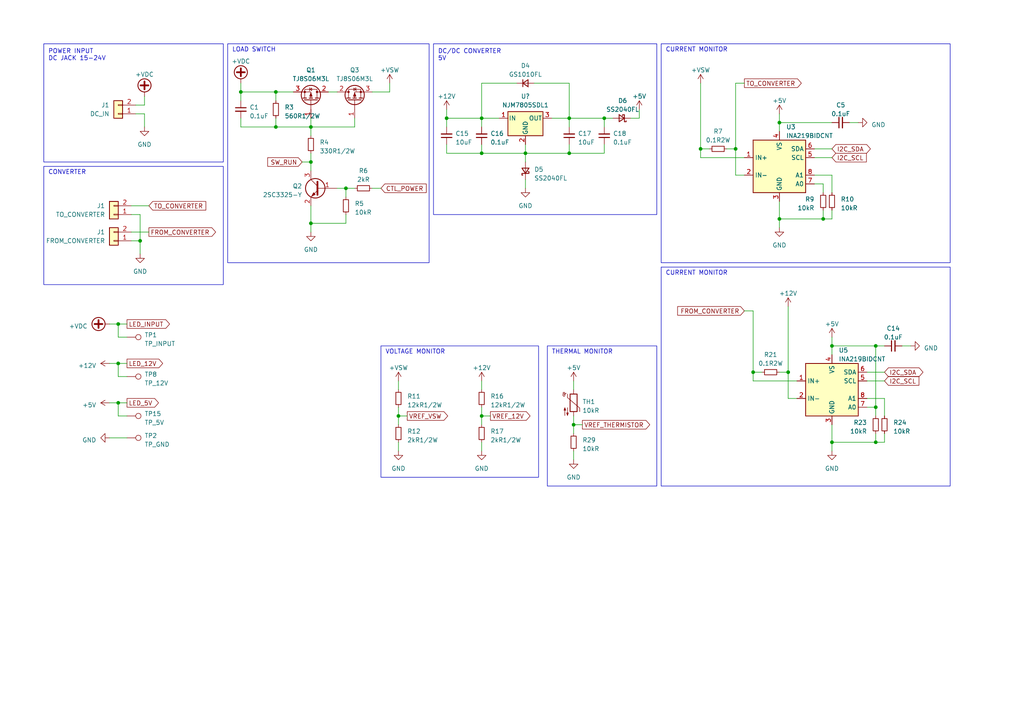
<source format=kicad_sch>
(kicad_sch (version 20230121) (generator eeschema)
  (paper "A4")
  (lib_symbols
    (symbol "Connector:TestPoint" (pin_numbers hide) (pin_names (offset 0.762) hide)
      (property "Reference" "TP" (at 0 6.858 0))
      (property "Value" "TestPoint" (at 0 5.08 0))
      (symbol "TestPoint_0_1"
        (circle (center 0 3.302) (radius 0.762))
      )
      (symbol "TestPoint_1_1"
        (pin passive line (at 0 0 90) (length 2.54) (name "1") (number "1"))
      )
    )
    (symbol "Connector_Generic:Conn_01x02" (pin_names (offset 1.016) hide)
      (property "Reference" "J" (at 0 2.54 0))
      (property "Value" "Conn_01x02" (at 0 -5.08 0))
      (symbol "Conn_01x02_1_1"
        (rectangle (start -1.27 -2.413) (end 0 -2.667) (stroke (width 0.1524)))
        (rectangle (start -1.27 0.127) (end 0 -0.127) (stroke (width 0.1524)))
        (rectangle (start -1.27 1.27) (end 1.27 -3.81) (stroke (width 0.254)) (fill (type background)))
        (pin passive line (at -5.08 0 0) (length 3.81) (name "Pin_1") (number "1"))
        (pin passive line (at -5.08 -2.54 0) (length 3.81) (name "Pin_2") (number "2"))
      )
    )
    (symbol "Device:C_Small" (pin_numbers hide) (pin_names (offset 0.254) hide)
      (property "Reference" "C" (at 0.254 1.778 0))
      (property "Value" "C_Small" (at 0.254 -2.032 0))
      (symbol "C_Small_0_1"
        (polyline (pts (xy -1.524 -0.508) (xy 1.524 -0.508)) (stroke (width 0.3302)))
        (polyline (pts (xy -1.524 0.508) (xy 1.524 0.508)) (stroke (width 0.3048)))
      )
      (symbol "C_Small_1_1"
        (pin passive line (at 0 2.54 270) (length 2.032) (name "~") (number "1"))
        (pin passive line (at 0 -2.54 90) (length 2.032) (name "~") (number "2"))
      )
    )
    (symbol "Device:D_Schottky_Small" (pin_numbers hide) (pin_names (offset 0.254) hide)
      (property "Reference" "D" (at -1.27 2.032 0))
      (property "Value" "D_Schottky_Small" (at -7.112 -2.032 0))
      (symbol "D_Schottky_Small_0_1"
        (polyline (pts (xy -0.762 0) (xy 0.762 0)))
        (polyline (pts (xy 0.762 -1.016) (xy -0.762 0) (xy 0.762 1.016) (xy 0.762 -1.016)) (stroke (width 0.254)))
        (polyline (pts (xy -1.27 0.762) (xy -1.27 1.016) (xy -0.762 1.016) (xy -0.762 -1.016) (xy -0.254 -1.016) (xy -0.254 -0.762)) (stroke (width 0.254)))
      )
      (symbol "D_Schottky_Small_1_1"
        (pin passive line (at -2.54 0 0) (length 1.778) (name "K") (number "1"))
        (pin passive line (at 2.54 0 180) (length 1.778) (name "A") (number "2"))
      )
    )
    (symbol "Device:D_Small" (pin_numbers hide) (pin_names (offset 0.254) hide)
      (property "Reference" "D" (at -1.27 2.032 0))
      (property "Value" "D_Small" (at -3.81 -2.032 0))
      (symbol "D_Small_0_1"
        (polyline (pts (xy -0.762 -1.016) (xy -0.762 1.016)) (stroke (width 0.254)))
        (polyline (pts (xy -0.762 0) (xy 0.762 0)))
        (polyline (pts (xy 0.762 -1.016) (xy -0.762 0) (xy 0.762 1.016) (xy 0.762 -1.016)) (stroke (width 0.254)))
      )
      (symbol "D_Small_1_1"
        (pin passive line (at -2.54 0 0) (length 1.778) (name "K") (number "1"))
        (pin passive line (at 2.54 0 180) (length 1.778) (name "A") (number "2"))
      )
    )
    (symbol "Device:Q_NPN_BEC" (pin_names (offset 0) hide)
      (property "Reference" "Q" (at 5.08 1.27 0))
      (property "Value" "Q_NPN_BEC" (at 5.08 -1.27 0))
      (symbol "Q_NPN_BEC_0_1"
        (polyline (pts (xy 0.635 0.635) (xy 2.54 2.54)))
        (polyline (pts (xy 0.635 -0.635) (xy 2.54 -2.54) (xy 2.54 -2.54)))
        (polyline (pts (xy 0.635 1.905) (xy 0.635 -1.905) (xy 0.635 -1.905)) (stroke (width 0.508)))
        (polyline (pts (xy 1.27 -1.778) (xy 1.778 -1.27) (xy 2.286 -2.286) (xy 1.27 -1.778) (xy 1.27 -1.778)) (fill (type outline)))
        (circle (center 1.27 0) (radius 2.8194) (stroke (width 0.254)))
      )
      (symbol "Q_NPN_BEC_1_1"
        (pin input line (at -5.08 0 0) (length 5.715) (name "B") (number "1"))
        (pin passive line (at 2.54 -5.08 90) (length 2.54) (name "E") (number "2"))
        (pin passive line (at 2.54 5.08 270) (length 2.54) (name "C") (number "3"))
      )
    )
    (symbol "Device:R_Small" (pin_numbers hide) (pin_names (offset 0.254) hide)
      (property "Reference" "R" (at 0.762 0.508 0))
      (property "Value" "R_Small" (at 0.762 -1.016 0))
      (symbol "R_Small_0_1"
        (rectangle (start -0.762 1.778) (end 0.762 -1.778) (stroke (width 0.2032)))
      )
      (symbol "R_Small_1_1"
        (pin passive line (at 0 2.54 270) (length 0.762) (name "~") (number "1"))
        (pin passive line (at 0 -2.54 90) (length 0.762) (name "~") (number "2"))
      )
    )
    (symbol "Device:Thermistor_NTC" (pin_numbers hide) (pin_names (offset 0))
      (property "Reference" "TH" (at -4.445 0 90))
      (property "Value" "Thermistor_NTC" (at 3.175 0 90))
      (symbol "Thermistor_NTC_0_1"
        (arc (start -3.048 2.159) (mid -3.0495 2.3143) (end -3.175 2.413))
        (arc (start -3.048 2.159) (mid -2.9736 1.9794) (end -2.794 1.905))
        (arc (start -3.048 2.794) (mid -2.9736 2.6144) (end -2.794 2.54))
        (arc (start -2.794 1.905) (mid -2.6144 1.9794) (end -2.54 2.159))
        (arc (start -2.794 2.54) (mid -2.4393 2.5587) (end -2.159 2.794))
        (arc (start -2.794 3.048) (mid -2.9736 2.9736) (end -3.048 2.794))
        (arc (start -2.54 2.794) (mid -2.6144 2.9736) (end -2.794 3.048))
        (rectangle (start -1.016 2.54) (end 1.016 -2.54) (stroke (width 0.254)))
        (polyline (pts (xy -2.54 2.159) (xy -2.54 2.794)))
        (polyline (pts (xy -1.778 2.54) (xy -1.778 1.524) (xy 1.778 -1.524) (xy 1.778 -2.54)))
        (polyline (pts (xy -2.54 -3.683) (xy -2.54 -1.397) (xy -2.794 -2.159) (xy -2.286 -2.159) (xy -2.54 -1.397) (xy -2.54 -1.651)) (fill (type outline)))
        (polyline (pts (xy -1.778 -1.397) (xy -1.778 -3.683) (xy -2.032 -2.921) (xy -1.524 -2.921) (xy -1.778 -3.683) (xy -1.778 -3.429)) (fill (type outline)))
      )
      (symbol "Thermistor_NTC_1_1"
        (pin passive line (at 0 3.81 270) (length 1.27) (name "~") (number "1"))
        (pin passive line (at 0 -3.81 90) (length 1.27) (name "~") (number "2"))
      )
    )
    (symbol "Regulator_Linear:L7812" (pin_names (offset 0.254))
      (property "Reference" "U" (at -3.81 3.175 0))
      (property "Value" "L7812" (at 0 3.175 0))
      (symbol "L7812_0_1"
        (rectangle (start -5.08 1.905) (end 5.08 -5.08) (stroke (width 0.254)) (fill (type background)))
      )
      (symbol "L7812_1_1"
        (pin power_in line (at -7.62 0 0) (length 2.54) (name "IN") (number "1"))
        (pin power_in line (at 0 -7.62 90) (length 2.54) (name "GND") (number "2"))
        (pin power_out line (at 7.62 0 180) (length 2.54) (name "OUT") (number "3"))
      )
    )
    (symbol "Sensor_Energy:INA219BxDCN"
      (property "Reference" "U" (at -6.35 8.89 0))
      (property "Value" "INA219BxDCN" (at 6.35 8.89 0))
      (symbol "INA219BxDCN_0_1"
        (rectangle (start -7.62 7.62) (end 7.62 -7.62) (stroke (width 0.254)) (fill (type background)))
      )
      (symbol "INA219BxDCN_1_1"
        (pin input line (at -10.16 2.54 0) (length 2.54) (name "IN+") (number "1"))
        (pin input line (at -10.16 -2.54 0) (length 2.54) (name "IN-") (number "2"))
        (pin power_in line (at 0 -10.16 90) (length 2.54) (name "GND") (number "3"))
        (pin power_in line (at 0 10.16 270) (length 2.54) (name "VS") (number "4"))
        (pin input line (at 10.16 2.54 180) (length 2.54) (name "SCL") (number "5"))
        (pin bidirectional line (at 10.16 5.08 180) (length 2.54) (name "SDA") (number "6"))
        (pin input line (at 10.16 -5.08 180) (length 2.54) (name "A0") (number "7"))
        (pin input line (at 10.16 -2.54 180) (length 2.54) (name "A1") (number "8"))
      )
    )
    (symbol "Transistor_FET:QM6015D" (pin_names hide)
      (property "Reference" "Q" (at 5.08 1.905 0))
      (property "Value" "QM6015D" (at 5.08 0 0))
      (symbol "QM6015D_0_1"
        (polyline (pts (xy 0.254 0) (xy -2.54 0)))
        (polyline (pts (xy 0.254 1.905) (xy 0.254 -1.905)) (stroke (width 0.254)))
        (polyline (pts (xy 0.762 -1.27) (xy 0.762 -2.286)) (stroke (width 0.254)))
        (polyline (pts (xy 0.762 0.508) (xy 0.762 -0.508)) (stroke (width 0.254)))
        (polyline (pts (xy 0.762 2.286) (xy 0.762 1.27)) (stroke (width 0.254)))
        (polyline (pts (xy 2.54 2.54) (xy 2.54 1.778)))
        (polyline (pts (xy 2.54 -2.54) (xy 2.54 0) (xy 0.762 0)))
        (polyline (pts (xy 0.762 1.778) (xy 3.302 1.778) (xy 3.302 -1.778) (xy 0.762 -1.778)))
        (polyline (pts (xy 2.286 0) (xy 1.27 0.381) (xy 1.27 -0.381) (xy 2.286 0)) (fill (type outline)))
        (polyline (pts (xy 2.794 -0.508) (xy 2.921 -0.381) (xy 3.683 -0.381) (xy 3.81 -0.254)))
        (polyline (pts (xy 3.302 -0.381) (xy 2.921 0.254) (xy 3.683 0.254) (xy 3.302 -0.381)))
        (circle (center 1.651 0) (radius 2.794) (stroke (width 0.254)))
        (circle (center 2.54 -1.778) (radius 0.254) (fill (type outline)))
        (circle (center 2.54 1.778) (radius 0.254) (fill (type outline)))
      )
      (symbol "QM6015D_1_1"
        (pin passive line (at -5.08 0 0) (length 2.54) (name "G") (number "1"))
        (pin passive line (at 2.54 5.08 270) (length 2.54) (name "D") (number "2"))
        (pin passive line (at 2.54 -5.08 90) (length 2.54) (name "S") (number "3"))
      )
    )
    (symbol "power:+12V" (power) (pin_names (offset 0))
      (property "Value" "+12V" (at 0 3.556 0))
      (symbol "+12V_0_1"
        (polyline (pts (xy -0.762 1.27) (xy 0 2.54)))
        (polyline (pts (xy 0 0) (xy 0 2.54)))
        (polyline (pts (xy 0 2.54) (xy 0.762 1.27)))
      )
      (symbol "+12V_1_1"
        (pin power_in line (at 0 0 90) (length 0) hide (name "+12V") (number "1"))
      )
    )
    (symbol "power:+5V" (power) (pin_names (offset 0))
      (property "Value" "+5V" (at 0 3.556 0))
      (symbol "+5V_0_1"
        (polyline (pts (xy -0.762 1.27) (xy 0 2.54)))
        (polyline (pts (xy 0 0) (xy 0 2.54)))
        (polyline (pts (xy 0 2.54) (xy 0.762 1.27)))
      )
      (symbol "+5V_1_1"
        (pin power_in line (at 0 0 90) (length 0) hide (name "+5V") (number "1"))
      )
    )
    (symbol "power:+VDC" (power) (pin_names (offset 0))
      (property "Value" "+VDC" (at 0 6.35 0))
      (symbol "+VDC_0_1"
        (polyline (pts (xy -1.143 3.175) (xy 1.143 3.175)) (stroke (width 0.508)))
        (polyline (pts (xy 0 0) (xy 0 1.27)))
        (polyline (pts (xy 0 2.032) (xy 0 4.318)) (stroke (width 0.508)))
        (circle (center 0 3.175) (radius 1.905) (stroke (width 0.254)))
      )
      (symbol "+VDC_1_1"
        (pin power_in line (at 0 0 90) (length 0) hide (name "+VDC") (number "1"))
      )
    )
    (symbol "power:+VSW" (power) (pin_names (offset 0))
      (property "Value" "+VSW" (at 0 3.556 0))
      (symbol "+VSW_0_1"
        (polyline (pts (xy -0.762 1.27) (xy 0 2.54)))
        (polyline (pts (xy 0 0) (xy 0 2.54)))
        (polyline (pts (xy 0 2.54) (xy 0.762 1.27)))
      )
      (symbol "+VSW_1_1"
        (pin power_in line (at 0 0 90) (length 0) hide (name "+VSW") (number "1"))
      )
    )
    (symbol "power:GND" (power) (pin_names (offset 0))
      (property "Value" "GND" (at 0 -3.81 0))
      (symbol "GND_0_1"
        (polyline (pts (xy 0 0) (xy 0 -1.27) (xy 1.27 -1.27) (xy 0 -2.54) (xy -1.27 -1.27) (xy 0 -1.27)))
      )
      (symbol "GND_1_1"
        (pin power_in line (at 0 0 270) (length 0) hide (name "GND") (number "1"))
      )
    )
  )
  (junction (at 175.26 34.29))
  (junction (at 254 100.33))
  (junction (at 40.64 69.85))
  (junction (at 152.4 44.45))
  (junction (at 254 128.27))
  (junction (at 203.2 43.18))
  (junction (at 90.17 64.77))
  (junction (at 226.06 63.5))
  (junction (at 90.17 46.99))
  (junction (at 165.1 34.29))
  (junction (at 218.44 107.95))
  (junction (at 80.01 36.83))
  (junction (at 100.33 54.61))
  (junction (at 80.01 26.67))
  (junction (at 241.3 128.27))
  (junction (at 34.29 105.41))
  (junction (at 166.37 123.19))
  (junction (at 241.3 100.33))
  (junction (at 226.06 35.56))
  (junction (at 213.36 43.18))
  (junction (at 254 118.11))
  (junction (at 34.29 116.84))
  (junction (at 165.1 44.45))
  (junction (at 115.57 120.65))
  (junction (at 69.85 26.67))
  (junction (at 238.76 63.5))
  (junction (at 139.7 44.45))
  (junction (at 129.54 34.29))
  (junction (at 139.7 34.29))
  (junction (at 228.6 107.95))
  (junction (at 90.17 36.83))
  (junction (at 139.7 120.65))
  (junction (at 34.29 93.98))
  (wire (pts (xy 40.64 62.23) (xy 40.64 69.85)))
  (wire (pts (xy 80.01 34.29) (xy 80.01 36.83)))
  (wire (pts (xy 36.83 109.22) (xy 34.29 109.22)))
  (wire (pts (xy 256.54 110.49) (xy 251.46 110.49)))
  (wire (pts (xy 129.54 34.29) (xy 139.7 34.29)))
  (wire (pts (xy 241.3 130.81) (xy 241.3 128.27)))
  (wire (pts (xy 254 128.27) (xy 254 125.73)))
  (wire (pts (xy 139.7 44.45) (xy 152.4 44.45)))
  (wire (pts (xy 203.2 24.13) (xy 203.2 43.18)))
  (wire (pts (xy 238.76 63.5) (xy 238.76 60.96)))
  (wire (pts (xy 165.1 34.29) (xy 165.1 36.83)))
  (wire (pts (xy 31.75 116.84) (xy 34.29 116.84)))
  (wire (pts (xy 175.26 44.45) (xy 165.1 44.45)))
  (wire (pts (xy 254 100.33) (xy 254 118.11)))
  (wire (pts (xy 218.44 107.95) (xy 220.98 107.95)))
  (wire (pts (xy 69.85 34.29) (xy 69.85 36.83)))
  (wire (pts (xy 152.4 41.91) (xy 152.4 44.45)))
  (wire (pts (xy 41.91 27.94) (xy 41.91 30.48)))
  (wire (pts (xy 241.3 128.27) (xy 254 128.27)))
  (wire (pts (xy 175.26 34.29) (xy 175.26 36.83)))
  (wire (pts (xy 36.83 127) (xy 31.75 127)))
  (wire (pts (xy 102.87 34.29) (xy 102.87 36.83)))
  (wire (pts (xy 34.29 120.65) (xy 34.29 116.84)))
  (wire (pts (xy 210.82 43.18) (xy 213.36 43.18)))
  (wire (pts (xy 256.54 115.57) (xy 256.54 120.65)))
  (wire (pts (xy 215.9 90.17) (xy 218.44 90.17)))
  (wire (pts (xy 254 100.33) (xy 256.54 100.33)))
  (wire (pts (xy 69.85 36.83) (xy 80.01 36.83)))
  (wire (pts (xy 226.06 107.95) (xy 228.6 107.95)))
  (wire (pts (xy 175.26 34.29) (xy 177.8 34.29)))
  (wire (pts (xy 218.44 90.17) (xy 218.44 107.95)))
  (wire (pts (xy 215.9 50.8) (xy 213.36 50.8)))
  (wire (pts (xy 139.7 41.91) (xy 139.7 44.45)))
  (wire (pts (xy 87.63 46.99) (xy 90.17 46.99)))
  (wire (pts (xy 100.33 64.77) (xy 90.17 64.77)))
  (wire (pts (xy 90.17 36.83) (xy 90.17 34.29)))
  (wire (pts (xy 113.03 26.67) (xy 107.95 26.67)))
  (wire (pts (xy 107.95 54.61) (xy 110.49 54.61)))
  (wire (pts (xy 139.7 110.49) (xy 139.7 113.03)))
  (wire (pts (xy 100.33 57.15) (xy 100.33 54.61)))
  (wire (pts (xy 203.2 45.72) (xy 215.9 45.72)))
  (wire (pts (xy 90.17 46.99) (xy 90.17 49.53)))
  (wire (pts (xy 115.57 120.65) (xy 118.11 120.65)))
  (wire (pts (xy 115.57 120.65) (xy 115.57 123.19)))
  (wire (pts (xy 100.33 62.23) (xy 100.33 64.77)))
  (wire (pts (xy 213.36 24.13) (xy 213.36 43.18)))
  (wire (pts (xy 215.9 24.13) (xy 213.36 24.13)))
  (wire (pts (xy 80.01 26.67) (xy 69.85 26.67)))
  (wire (pts (xy 85.09 26.67) (xy 80.01 26.67)))
  (wire (pts (xy 154.94 24.13) (xy 165.1 24.13)))
  (wire (pts (xy 241.3 123.19) (xy 241.3 128.27)))
  (wire (pts (xy 100.33 54.61) (xy 97.79 54.61)))
  (wire (pts (xy 129.54 44.45) (xy 139.7 44.45)))
  (wire (pts (xy 241.3 43.18) (xy 236.22 43.18)))
  (wire (pts (xy 139.7 118.11) (xy 139.7 120.65)))
  (wire (pts (xy 226.06 35.56) (xy 226.06 38.1)))
  (wire (pts (xy 139.7 120.65) (xy 142.24 120.65)))
  (wire (pts (xy 166.37 110.49) (xy 166.37 113.03)))
  (wire (pts (xy 139.7 34.29) (xy 139.7 36.83)))
  (wire (pts (xy 166.37 123.19) (xy 166.37 125.73)))
  (wire (pts (xy 38.1 62.23) (xy 40.64 62.23)))
  (wire (pts (xy 129.54 41.91) (xy 129.54 44.45)))
  (wire (pts (xy 41.91 33.02) (xy 41.91 36.83)))
  (wire (pts (xy 264.16 100.33) (xy 261.62 100.33)))
  (wire (pts (xy 236.22 50.8) (xy 241.3 50.8)))
  (wire (pts (xy 34.29 97.79) (xy 34.29 93.98)))
  (wire (pts (xy 100.33 54.61) (xy 102.87 54.61)))
  (wire (pts (xy 115.57 118.11) (xy 115.57 120.65)))
  (wire (pts (xy 90.17 64.77) (xy 90.17 59.69)))
  (wire (pts (xy 251.46 115.57) (xy 256.54 115.57)))
  (wire (pts (xy 34.29 93.98) (xy 31.75 93.98)))
  (wire (pts (xy 238.76 53.34) (xy 236.22 53.34)))
  (wire (pts (xy 241.3 45.72) (xy 236.22 45.72)))
  (wire (pts (xy 241.3 100.33) (xy 254 100.33)))
  (wire (pts (xy 203.2 43.18) (xy 203.2 45.72)))
  (wire (pts (xy 40.64 69.85) (xy 40.64 73.66)))
  (wire (pts (xy 241.3 97.79) (xy 241.3 100.33)))
  (wire (pts (xy 218.44 110.49) (xy 231.14 110.49)))
  (wire (pts (xy 38.1 69.85) (xy 40.64 69.85)))
  (wire (pts (xy 139.7 128.27) (xy 139.7 130.81)))
  (wire (pts (xy 36.83 120.65) (xy 34.29 120.65)))
  (wire (pts (xy 228.6 88.9) (xy 228.6 107.95)))
  (wire (pts (xy 115.57 128.27) (xy 115.57 130.81)))
  (wire (pts (xy 166.37 123.19) (xy 168.91 123.19)))
  (wire (pts (xy 160.02 34.29) (xy 165.1 34.29)))
  (wire (pts (xy 175.26 41.91) (xy 175.26 44.45)))
  (wire (pts (xy 129.54 31.75) (xy 129.54 34.29)))
  (wire (pts (xy 218.44 107.95) (xy 218.44 110.49)))
  (wire (pts (xy 80.01 36.83) (xy 90.17 36.83)))
  (wire (pts (xy 95.25 26.67) (xy 97.79 26.67)))
  (wire (pts (xy 241.3 50.8) (xy 241.3 55.88)))
  (wire (pts (xy 213.36 43.18) (xy 213.36 50.8)))
  (wire (pts (xy 226.06 35.56) (xy 241.3 35.56)))
  (wire (pts (xy 226.06 63.5) (xy 238.76 63.5)))
  (wire (pts (xy 144.78 34.29) (xy 139.7 34.29)))
  (wire (pts (xy 69.85 26.67) (xy 69.85 29.21)))
  (wire (pts (xy 34.29 93.98) (xy 36.83 93.98)))
  (wire (pts (xy 90.17 36.83) (xy 90.17 39.37)))
  (wire (pts (xy 231.14 115.57) (xy 228.6 115.57)))
  (wire (pts (xy 228.6 107.95) (xy 228.6 115.57)))
  (wire (pts (xy 115.57 110.49) (xy 115.57 113.03)))
  (wire (pts (xy 238.76 63.5) (xy 241.3 63.5)))
  (wire (pts (xy 254 118.11) (xy 251.46 118.11)))
  (wire (pts (xy 34.29 116.84) (xy 36.83 116.84)))
  (wire (pts (xy 34.29 109.22) (xy 34.29 105.41)))
  (wire (pts (xy 102.87 36.83) (xy 90.17 36.83)))
  (wire (pts (xy 90.17 44.45) (xy 90.17 46.99)))
  (wire (pts (xy 139.7 120.65) (xy 139.7 123.19)))
  (wire (pts (xy 238.76 53.34) (xy 238.76 55.88)))
  (wire (pts (xy 256.54 107.95) (xy 251.46 107.95)))
  (wire (pts (xy 139.7 24.13) (xy 149.86 24.13)))
  (wire (pts (xy 152.4 44.45) (xy 152.4 46.99)))
  (wire (pts (xy 241.3 100.33) (xy 241.3 102.87)))
  (wire (pts (xy 226.06 58.42) (xy 226.06 63.5)))
  (wire (pts (xy 139.7 24.13) (xy 139.7 34.29)))
  (wire (pts (xy 256.54 125.73) (xy 256.54 128.27)))
  (wire (pts (xy 39.37 33.02) (xy 41.91 33.02)))
  (wire (pts (xy 166.37 130.81) (xy 166.37 133.35)))
  (wire (pts (xy 182.88 34.29) (xy 185.42 34.29)))
  (wire (pts (xy 165.1 41.91) (xy 165.1 44.45)))
  (wire (pts (xy 113.03 24.13) (xy 113.03 26.67)))
  (wire (pts (xy 38.1 67.31) (xy 43.18 67.31)))
  (wire (pts (xy 254 118.11) (xy 254 120.65)))
  (wire (pts (xy 69.85 26.67) (xy 69.85 24.13)))
  (wire (pts (xy 90.17 67.31) (xy 90.17 64.77)))
  (wire (pts (xy 254 128.27) (xy 256.54 128.27)))
  (wire (pts (xy 248.92 35.56) (xy 246.38 35.56)))
  (wire (pts (xy 38.1 59.69) (xy 43.18 59.69)))
  (wire (pts (xy 165.1 24.13) (xy 165.1 34.29)))
  (wire (pts (xy 185.42 31.75) (xy 185.42 34.29)))
  (wire (pts (xy 129.54 34.29) (xy 129.54 36.83)))
  (wire (pts (xy 34.29 105.41) (xy 31.75 105.41)))
  (wire (pts (xy 152.4 52.07) (xy 152.4 54.61)))
  (wire (pts (xy 36.83 97.79) (xy 34.29 97.79)))
  (wire (pts (xy 226.06 33.02) (xy 226.06 35.56)))
  (wire (pts (xy 34.29 105.41) (xy 36.83 105.41)))
  (wire (pts (xy 165.1 44.45) (xy 152.4 44.45)))
  (wire (pts (xy 41.91 30.48) (xy 39.37 30.48)))
  (wire (pts (xy 165.1 34.29) (xy 175.26 34.29)))
  (wire (pts (xy 166.37 120.65) (xy 166.37 123.19)))
  (wire (pts (xy 203.2 43.18) (xy 205.74 43.18)))
  (wire (pts (xy 226.06 66.04) (xy 226.06 63.5)))
  (wire (pts (xy 80.01 26.67) (xy 80.01 29.21)))
  (wire (pts (xy 241.3 60.96) (xy 241.3 63.5)))
  (rectangle (start 191.77 77.47) (end 275.59 140.97))
  (rectangle (start 66.04 12.7) (end 124.46 76.2))
  (rectangle (start 125.73 12.7) (end 190.5 62.23))
  (rectangle (start 158.75 100.33) (end 190.5 140.97))
  (rectangle (start 191.77 12.7) (end 275.59 76.2))
  (rectangle (start 12.7 12.7) (end 64.77 46.99))
  (rectangle (start 12.7 48.26) (end 64.77 82.55))
  (rectangle (start 110.49 100.33) (end 156.21 138.43))
  (text "VOLTAGE MONITOR" (at 111.76 102.87 0) (effects (font (size 1.27 1.27)) (justify left bottom)))
  (text "CURRENT MONITOR" (at 193.04 80.01 0) (effects (font (size 1.27 1.27)) (justify left bottom)))
  (text "CURRENT MONITOR" (at 193.04 15.24 0) (effects (font (size 1.27 1.27)) (justify left bottom)))
  (text "POWER INPUT\nDC JACK 15-24V" (at 13.97 17.78 0) (effects (font (size 1.27 1.27)) (justify left bottom)))
  (text "DC/DC CONVERTER\n5V" (at 127 17.78 0) (effects (font (size 1.27 1.27)) (justify left bottom)))
  (text "CONVERTER" (at 13.97 50.8 0) (effects (font (size 1.27 1.27)) (justify left bottom)))
  (text "THERMAL MONITOR" (at 160.02 102.87 0) (effects (font (size 1.27 1.27)) (justify left bottom)))
  (text "LOAD SWITCH" (at 67.31 15.24 0) (effects (font (size 1.27 1.27)) (justify left bottom)))
  (global_label "TO_CONVERTER" (shape input) (at 43.18 59.69 0) (property "Intersheetrefs" "${INTERSHEET_REFS}" (effects hide)))
  (global_label "VREF_THERMISTOR" (shape output) (at 168.91 123.19 0) (property "Intersheetrefs" "${INTERSHEET_REFS}" (effects hide)))
  (global_label "LED_12V" (shape output) (at 36.83 105.41 0) (property "Intersheetrefs" "${INTERSHEET_REFS}" (effects hide)))
  (global_label "I2C_SCL" (shape input) (at 256.54 110.49 0) (property "Intersheetrefs" "${INTERSHEET_REFS}" (effects hide)))
  (global_label "FROM_CONVERTER" (shape output) (at 43.18 67.31 0) (property "Intersheetrefs" "${INTERSHEET_REFS}" (effects hide)))
  (global_label "I2C_SCL" (shape input) (at 241.3 45.72 0) (property "Intersheetrefs" "${INTERSHEET_REFS}" (effects hide)))
  (global_label "TO_CONVERTER" (shape output) (at 215.9 24.13 0) (property "Intersheetrefs" "${INTERSHEET_REFS}" (effects hide)))
  (global_label "LED_5V" (shape output) (at 36.83 116.84 0) (property "Intersheetrefs" "${INTERSHEET_REFS}" (effects hide)))
  (global_label "LED_INPUT" (shape output) (at 36.83 93.98 0) (property "Intersheetrefs" "${INTERSHEET_REFS}" (effects hide)))
  (global_label "FROM_CONVERTER" (shape input) (at 215.9 90.17 180) (property "Intersheetrefs" "${INTERSHEET_REFS}" (effects hide)))
  (global_label "CTL_POWER" (shape input) (at 110.49 54.61 0) (property "Intersheetrefs" "${INTERSHEET_REFS}" (effects hide)))
  (global_label "VREF_12V" (shape output) (at 142.24 120.65 0) (property "Intersheetrefs" "${INTERSHEET_REFS}" (effects hide)))
  (global_label "I2C_SDA" (shape bidirectional) (at 256.54 107.95 0) (property "Intersheetrefs" "${INTERSHEET_REFS}" (effects hide)))
  (global_label "VREF_VSW" (shape output) (at 118.11 120.65 0) (property "Intersheetrefs" "${INTERSHEET_REFS}" (effects hide)))
  (global_label "SW_RUN" (shape input) (at 87.63 46.99 180) (property "Intersheetrefs" "${INTERSHEET_REFS}" (effects hide)))
  (global_label "I2C_SDA" (shape bidirectional) (at 241.3 43.18 0) (property "Intersheetrefs" "${INTERSHEET_REFS}" (effects hide)))
  (symbol (lib_id "Connector_Generic:Conn_01x02") (at 34.29 33.02 180) (unit 1)
    (property "Reference" "J1" (at 31.75 30.48 0) (effects (justify left)))
    (property "Value" "DC_IN" (at 31.75 33.02 0) (effects (justify left)))
    (property "Footprint" "TSRP_TerminalBlock_Alphaplus:TB411-2-2-E-1" (effects hide))
    (property "Datasheet" "https://akizukidenshi.com/catalog/g/gP-06309/" (effects hide))
    (instances (project "LaunchController" (path "" (reference "J1") (unit 1)) (path "" (reference "J4") (unit 1))))
  )
  (symbol (lib_id "Device:D_Schottky_Small") (at 152.4 49.53 90) (unit 1)
    (property "Reference" "D5" (at 154.94 49.149 90) (effects (justify right)))
    (property "Value" "SS2040FL" (at 154.94 51.689 90) (effects (justify right)))
    (property "Footprint" "Diode_SMD:D_SOD-123F" (effects hide))
    (property "Datasheet" "https://akizukidenshi.com/catalog/g/gI-02073/" (effects hide))
    (instances (project "LaunchController" (path "" (reference "D5") (unit 1)) (path "" (reference "D6") (unit 1))))
  )
  (symbol (lib_id "Device:R_Small") (at 166.37 128.27 180) (unit 1)
    (property "Reference" "R29" (at 168.91 127.635 0) (effects (justify right)))
    (property "Value" "10kR" (at 168.91 130.175 0) (effects (justify right)))
    (property "Footprint" "Resistor_SMD:R_0603_1608Metric_Pad0.98x0.95mm_HandSolder" (effects hide))
    (property "Datasheet" "https://www.chip1stop.com/view/dispDetail/DispDetail?partId=ROHM-0021098" (effects hide))
    (instances (project "LaunchController" (path "" (reference "R29") (unit 1)) (path "" (reference "R25") (unit 1))))
  )
  (symbol (lib_id "Sensor_Energy:INA219BxDCN") (at 241.3 113.03 0) (unit 1)
    (property "Reference" "U5" (at 243.2559 101.6 0) (effects (justify left)))
    (property "Value" "INA219BIDCNT" (at 243.2559 104.14 0) (effects (justify left)))
    (property "Footprint" "Package_TO_SOT_SMD:SOT-23-8" (effects hide))
    (property "Datasheet" "https://www.chip1stop.com/view/dispDetail/DispDetail?partId=TI01-0202709" (effects hide))
  )
  (symbol (lib_id "power:+VSW") (at 203.2 24.13 0) (unit 1)
    (property "Reference" "#PWR011" (effects hide))
    (property "Value" "+VSW" (at 203.2 20.32 0))
    (instances (project "LaunchController" (path "" (reference "#PWR011") (unit 1)) (path "" (reference "#PWR023") (unit 1))))
  )
  (symbol (lib_id "Device:C_Small") (at 165.1 39.37 180) (unit 1)
    (property "Reference" "C17" (at 167.64 38.7286 0) (effects (justify right)))
    (property "Value" "10uF" (at 167.64 41.2686 0) (effects (justify right)))
    (property "Footprint" "Capacitor_SMD:C_0603_1608Metric_Pad1.08x0.95mm_HandSolder" (effects hide))
    (property "Datasheet" "https://akizukidenshi.com/catalog/g/gP-13161/" (effects hide))
    (instances (project "LaunchController" (path "" (reference "C17") (unit 1)) (path "" (reference "C16") (unit 1))))
  )
  (symbol (lib_id "power:GND") (at 248.92 35.56 90) (unit 1)
    (property "Reference" "#PWR019" (effects hide))
    (property "Value" "GND" (at 252.73 36.195 90) (effects (justify right)))
    (instances (project "LaunchController" (path "" (reference "#PWR019") (unit 1)) (path "" (reference "#PWR028") (unit 1))))
  )
  (symbol (lib_id "Device:C_Small") (at 69.85 31.75 0) (unit 1)
    (property "Reference" "C1" (at 72.39 31.1213 0) (effects (justify left)))
    (property "Value" "0.1uF" (at 72.39 33.6613 0) (effects (justify left)))
    (property "Footprint" "Capacitor_SMD:C_0603_1608Metric_Pad1.08x0.95mm_HandSolder" (effects hide))
    (property "Datasheet" "https://akizukidenshi.com/catalog/g/gP-16143/" (effects hide))
    (instances (project "LaunchController" (path "" (reference "C1") (unit 1)) (path "" (reference "C12") (unit 1))))
  )
  (symbol (lib_id "Device:Thermistor_NTC") (at 166.37 116.84 0) (unit 1)
    (property "Reference" "TH1" (at 168.91 116.5225 0) (effects (justify left)))
    (property "Value" "10kR" (at 168.91 119.0625 0) (effects (justify left)))
    (property "Footprint" "Resistor_SMD:R_0603_1608Metric_Pad0.98x0.95mm_HandSolder" (effects hide))
    (property "Datasheet" "https://akizukidenshi.com/catalog/g/gP-05252/" (effects hide))
  )
  (symbol (lib_id "power:+5V") (at 31.75 116.84 90) (unit 1)
    (property "Reference" "#PWR052" (effects hide))
    (property "Value" "+5V" (at 27.94 117.475 90) (effects (justify left)))
    (instances (project "LaunchController" (path "" (reference "#PWR052") (unit 1)) (path "" (reference "#PWR042") (unit 1))))
  )
  (symbol (lib_id "power:+12V") (at 31.75 105.41 90) (unit 1)
    (property "Reference" "#PWR034" (effects hide))
    (property "Value" "+12V" (at 27.94 106.045 90) (effects (justify left)))
    (instances (project "LaunchController" (path "" (reference "#PWR034") (unit 1)) (path "" (reference "#PWR038") (unit 1))))
  )
  (symbol (lib_id "Regulator_Linear:L7812") (at 152.4 34.29 0) (unit 1)
    (property "Reference" "U?" (at 152.4 27.94 0))
    (property "Value" "NJM7805SDL1" (at 152.4 30.48 0))
    (property "Footprint" "Package_TO_SOT_SMD:TO-252-2" (effects hide))
    (property "Datasheet" "https://akizukidenshi.com/catalog/g/gI-11237/" (effects hide))
    (instances (project "Transformation" (path "" (reference "U?") (unit 1))) (project "LaunchController" (path "" (reference "U6") (unit 1)) (path "" (reference "U3") (unit 1))))
  )
  (symbol (lib_id "Connector:TestPoint") (at 36.83 97.79 270) (unit 1)
    (property "Reference" "TP1" (at 41.91 97.155 90) (effects (justify left)))
    (property "Value" "TP_INPUT" (at 41.91 99.695 90) (effects (justify left)))
    (property "Footprint" "TestPoint:TestPoint_THTPad_D2.5mm_Drill1.2mm" (effects hide))
    (property "Datasheet" "https://akizukidenshi.com/catalog/g/gP-12215/" (effects hide))
  )
  (symbol (lib_id "Device:R_Small") (at 254 123.19 0) (mirror y) (unit 1)
    (property "Reference" "R23" (at 251.46 122.555 0) (effects (justify left)))
    (property "Value" "10kR" (at 251.46 125.095 0) (effects (justify left)))
    (property "Footprint" "Resistor_SMD:R_0603_1608Metric_Pad0.98x0.95mm_HandSolder" (effects hide))
    (property "Datasheet" "https://www.chip1stop.com/view/dispDetail/DispDetail?partId=ROHM-0021098" (effects hide))
    (instances (project "LaunchController" (path "" (reference "R23") (unit 1)) (path "" (reference "R21") (unit 1))))
  )
  (symbol (lib_id "Transistor_FET:QM6015D") (at 102.87 29.21 90) (unit 1)
    (property "Reference" "Q3" (at 102.87 20.32 90))
    (property "Value" "TJ8S06M3L" (at 102.87 22.86 90))
    (property "Footprint" "Package_TO_SOT_SMD:TO-252-2" (effects hide))
    (property "Datasheet" "https://akizukidenshi.com/catalog/g/gI-13964/" (effects hide))
    (instances (project "LaunchController" (path "" (reference "Q3") (unit 1)) (path "" (reference "Q2") (unit 1))))
  )
  (symbol (lib_id "power:GND") (at 90.17 67.31 0) (unit 1)
    (property "Reference" "#PWR06" (effects hide))
    (property "Value" "GND" (at 90.17 72.39 0))
    (instances (project "LaunchController" (path "" (reference "#PWR06") (unit 1)) (path "" (reference "#PWR032") (unit 1))))
  )
  (symbol (lib_id "Device:C_Small") (at 175.26 39.37 180) (unit 1)
    (property "Reference" "C18" (at 177.8 38.7286 0) (effects (justify right)))
    (property "Value" "0.1uF" (at 177.8 41.2686 0) (effects (justify right)))
    (property "Footprint" "Capacitor_SMD:C_0603_1608Metric_Pad1.08x0.95mm_HandSolder" (effects hide))
    (property "Datasheet" "https://akizukidenshi.com/catalog/g/gP-16143/" (effects hide))
    (instances (project "LaunchController" (path "" (reference "C18") (unit 1)) (path "" (reference "C17") (unit 1))))
  )
  (symbol (lib_id "Sensor_Energy:INA219BxDCN") (at 226.06 48.26 0) (unit 1)
    (property "Reference" "U3" (at 228.0159 36.83 0) (effects (justify left)))
    (property "Value" "INA219BIDCNT" (at 228.0159 39.37 0) (effects (justify left)))
    (property "Footprint" "Package_TO_SOT_SMD:SOT-23-8" (effects hide))
    (property "Datasheet" "https://www.chip1stop.com/view/dispDetail/DispDetail?partId=TI01-0202709" (effects hide))
    (instances (project "LaunchController" (path "" (reference "U3") (unit 1)) (path "" (reference "U4") (unit 1))))
  )
  (symbol (lib_id "Device:R_Small") (at 80.01 31.75 0) (unit 1)
    (property "Reference" "R3" (at 82.55 31.115 0) (effects (justify left)))
    (property "Value" "560R1/2W" (at 82.55 33.655 0) (effects (justify left)))
    (property "Footprint" "Resistor_SMD:R_1206_3216Metric_Pad1.30x1.75mm_HandSolder" (effects hide))
    (property "Datasheet" "https://www.chip1stop.com/view/dispDetail/DispDetail?partId=ROHM-0204141" (effects hide))
    (instances (project "LaunchController" (path "" (reference "R3") (unit 1)) (path "" (reference "R11") (unit 1))))
  )
  (symbol (lib_id "Device:R_Small") (at 139.7 115.57 180) (unit 1)
    (property "Reference" "R16" (at 142.24 114.935 0) (effects (justify right)))
    (property "Value" "12kR1/2W" (at 142.24 117.475 0) (effects (justify right)))
    (property "Footprint" "Resistor_SMD:R_0603_1608Metric_Pad0.98x0.95mm_HandSolder" (effects hide))
    (property "Datasheet" "https://www.chip1stop.com/view/dispDetail/DispDetail?partId=ROHM-0021098" (effects hide))
    (instances (project "LaunchController" (path "" (reference "R16") (unit 1)) (path "" (reference "R20") (unit 1))))
  )
  (symbol (lib_id "power:+5V") (at 166.37 110.49 0) (unit 1)
    (property "Reference" "#PWR052" (effects hide))
    (property "Value" "+5V" (at 166.37 106.68 0))
    (instances (project "LaunchController" (path "" (reference "#PWR052") (unit 1)) (path "" (reference "#PWR041") (unit 1))))
  )
  (symbol (lib_id "Device:C_Small") (at 129.54 39.37 180) (unit 1)
    (property "Reference" "C15" (at 132.08 38.7286 0) (effects (justify right)))
    (property "Value" "10uF" (at 132.08 41.2686 0) (effects (justify right)))
    (property "Footprint" "Capacitor_SMD:C_0603_1608Metric_Pad1.08x0.95mm_HandSolder" (effects hide))
    (property "Datasheet" "https://akizukidenshi.com/catalog/g/gP-13161/" (effects hide))
    (instances (project "LaunchController" (path "" (reference "C15") (unit 1)) (path "" (reference "C14") (unit 1))))
  )
  (symbol (lib_id "power:+5V") (at 241.3 97.79 0) (unit 1)
    (property "Reference" "#PWR035" (effects hide))
    (property "Value" "+5V" (at 241.3 93.98 0))
    (instances (project "LaunchController" (path "" (reference "#PWR035") (unit 1)) (path "" (reference "#PWR036") (unit 1))))
  )
  (symbol (lib_id "Device:R_Small") (at 115.57 125.73 180) (unit 1)
    (property "Reference" "R12" (at 118.11 125.095 0) (effects (justify right)))
    (property "Value" "2kR1/2W" (at 118.11 127.635 0) (effects (justify right)))
    (property "Footprint" "Resistor_SMD:R_0603_1608Metric_Pad0.98x0.95mm_HandSolder" (effects hide))
    (property "Datasheet" "https://www.chip1stop.com/view/dispDetail/DispDetail?partId=ROHM-0021098" (effects hide))
    (instances (project "LaunchController" (path "" (reference "R12") (unit 1)) (path "" (reference "R23") (unit 1))))
  )
  (symbol (lib_id "power:GND") (at 166.37 133.35 0) (unit 1)
    (property "Reference" "#PWR?" (effects hide))
    (property "Value" "GND" (at 166.37 138.43 0))
    (instances (project "Transformation" (path "" (reference "#PWR?") (unit 1))) (project "LaunchController" (path "" (reference "#PWR053") (unit 1)) (path "" (reference "#PWR047") (unit 1))) (project "MissionModule" (path "" (reference "#PWR?") (unit 1))))
  )
  (symbol (lib_id "Device:Q_NPN_BEC") (at 92.71 54.61 0) (mirror y) (unit 1)
    (property "Reference" "Q2" (at 87.63 53.975 0) (effects (justify left)))
    (property "Value" "2SC3325-Y" (at 87.63 56.515 0) (effects (justify left)))
    (property "Footprint" "Package_TO_SOT_SMD:SC-59_Handsoldering" (effects hide))
    (property "Datasheet" "https://akizukidenshi.com/catalog/g/gI-00628/" (effects hide))
    (instances (project "LaunchController" (path "" (reference "Q2") (unit 1)) (path "" (reference "Q3") (unit 1))))
  )
  (symbol (lib_id "power:+VDC") (at 31.75 93.98 90) (unit 1)
    (property "Reference" "#PWR01" (effects hide))
    (property "Value" "+VDC" (at 25.4 94.615 90) (effects (justify left)))
    (instances (project "LaunchController" (path "" (reference "#PWR01") (unit 1)) (path "" (reference "#PWR035") (unit 1))))
  )
  (symbol (lib_id "Device:R_Small") (at 105.41 54.61 270) (unit 1)
    (property "Reference" "R6" (at 105.41 49.53 90))
    (property "Value" "2kR" (at 105.41 52.07 90))
    (property "Footprint" "Resistor_SMD:R_0603_1608Metric_Pad0.98x0.95mm_HandSolder" (effects hide))
    (property "Datasheet" "https://www.chip1stop.com/view/dispDetail/DispDetail?partId=ROHM-0020954" (effects hide))
    (instances (project "LaunchController" (path "" (reference "R6") (unit 1)) (path "" (reference "R14") (unit 1))))
  )
  (symbol (lib_id "power:GND") (at 41.91 36.83 0) (unit 1)
    (property "Reference" "#PWR02" (effects hide))
    (property "Value" "GND" (at 41.91 41.91 0))
    (instances (project "LaunchController" (path "" (reference "#PWR02") (unit 1)) (path "" (reference "#PWR029") (unit 1))))
  )
  (symbol (lib_id "Device:R_Small") (at 241.3 58.42 180) (unit 1)
    (property "Reference" "R10" (at 243.84 57.785 0) (effects (justify right)))
    (property "Value" "10kR" (at 243.84 60.325 0) (effects (justify right)))
    (property "Footprint" "Resistor_SMD:R_0603_1608Metric_Pad0.98x0.95mm_HandSolder" (effects hide))
    (property "Datasheet" "https://www.chip1stop.com/view/dispDetail/DispDetail?partId=ROHM-0021098" (effects hide))
    (instances (project "LaunchController" (path "" (reference "R10") (unit 1)) (path "" (reference "R16") (unit 1))))
  )
  (symbol (lib_id "Connector:TestPoint") (at 36.83 127 270) (unit 1)
    (property "Reference" "TP2" (at 41.91 126.365 90) (effects (justify left)))
    (property "Value" "TP_GND" (at 41.91 128.905 90) (effects (justify left)))
    (property "Footprint" "TestPoint:TestPoint_THTPad_D2.5mm_Drill1.2mm" (effects hide))
    (property "Datasheet" "https://akizukidenshi.com/catalog/g/gP-12215/" (effects hide))
    (instances (project "LaunchController" (path "" (reference "TP2") (unit 1)) (path "" (reference "TP4") (unit 1))))
  )
  (symbol (lib_id "power:+12V") (at 228.6 88.9 0) (unit 1)
    (property "Reference" "#PWR034" (effects hide))
    (property "Value" "+12V" (at 228.6 85.09 0))
  )
  (symbol (lib_id "Connector_Generic:Conn_01x02") (at 33.02 62.23 180) (unit 1)
    (property "Reference" "J1" (at 30.48 59.69 0) (effects (justify left)))
    (property "Value" "TO_CONVERTER" (at 30.48 62.23 0) (effects (justify left)))
    (property "Footprint" "TSRP_TerminalBlock_Alphaplus:TB411-2-2-E-1" (effects hide))
    (property "Datasheet" "https://akizukidenshi.com/catalog/g/gP-06309/" (effects hide))
    (instances (project "LaunchController" (path "" (reference "J1") (unit 1)) (path "" (reference "J5") (unit 1))))
  )
  (symbol (lib_id "Device:R_Small") (at 238.76 58.42 0) (mirror y) (unit 1)
    (property "Reference" "R9" (at 236.22 57.785 0) (effects (justify left)))
    (property "Value" "10kR" (at 236.22 60.325 0) (effects (justify left)))
    (property "Footprint" "Resistor_SMD:R_0603_1608Metric_Pad0.98x0.95mm_HandSolder" (effects hide))
    (property "Datasheet" "https://www.chip1stop.com/view/dispDetail/DispDetail?partId=ROHM-0021098" (effects hide))
    (instances (project "LaunchController" (path "" (reference "R9") (unit 1)) (path "" (reference "R15") (unit 1))))
  )
  (symbol (lib_id "Connector:TestPoint") (at 36.83 109.22 270) (unit 1)
    (property "Reference" "TP8" (at 41.91 108.585 90) (effects (justify left)))
    (property "Value" "TP_12V" (at 41.91 111.125 90) (effects (justify left)))
    (property "Footprint" "TestPoint:TestPoint_THTPad_D2.5mm_Drill1.2mm" (effects hide))
    (property "Datasheet" "https://akizukidenshi.com/catalog/g/gP-12215/" (effects hide))
    (instances (project "LaunchController" (path "" (reference "TP8") (unit 1)) (path "" (reference "TP2") (unit 1))))
  )
  (symbol (lib_id "Device:D_Schottky_Small") (at 180.34 34.29 180) (unit 1)
    (property "Reference" "D6" (at 180.594 29.21 0))
    (property "Value" "SS2040FL" (at 180.594 31.75 0))
    (property "Footprint" "Diode_SMD:D_SOD-123F" (effects hide))
    (property "Datasheet" "https://akizukidenshi.com/catalog/g/gI-02073/" (effects hide))
    (instances (project "LaunchController" (path "" (reference "D6") (unit 1)) (path "" (reference "D5") (unit 1))))
  )
  (symbol (lib_id "Device:C_Small") (at 243.84 35.56 90) (unit 1)
    (property "Reference" "C5" (at 243.8463 30.48 90))
    (property "Value" "0.1uF" (at 243.8463 33.02 90))
    (property "Footprint" "Capacitor_SMD:C_0603_1608Metric_Pad1.08x0.95mm_HandSolder" (effects hide))
    (property "Datasheet" "https://akizukidenshi.com/catalog/g/gP-16143/" (effects hide))
    (instances (project "LaunchController" (path "" (reference "C5") (unit 1)) (path "" (reference "C13") (unit 1))))
  )
  (symbol (lib_id "power:GND") (at 241.3 130.81 0) (unit 1)
    (property "Reference" "#PWR036" (effects hide))
    (property "Value" "GND" (at 241.3 135.89 0))
    (instances (project "LaunchController" (path "" (reference "#PWR036") (unit 1)) (path "" (reference "#PWR046") (unit 1))))
  )
  (symbol (lib_id "Device:R_Small") (at 223.52 107.95 270) (unit 1)
    (property "Reference" "R21" (at 223.52 102.87 90))
    (property "Value" "0.1R2W" (at 223.52 105.41 90))
    (property "Footprint" "Resistor_SMD:R_2816_7142Metric_Pad3.20x4.45mm_HandSolder" (effects hide))
    (property "Datasheet" "https://www.chip1stop.com/view/dispDetail/DispDetail?partId=VISH-0652940" (effects hide))
    (instances (project "LaunchController" (path "" (reference "R21") (unit 1)) (path "" (reference "R18") (unit 1))))
  )
  (symbol (lib_id "power:GND") (at 31.75 127 270) (unit 1)
    (property "Reference" "#PWR02" (effects hide))
    (property "Value" "GND" (at 27.94 127.635 90) (effects (justify right)))
    (instances (project "LaunchController" (path "" (reference "#PWR02") (unit 1)) (path "" (reference "#PWR043") (unit 1))))
  )
  (symbol (lib_id "power:+VSW") (at 113.03 24.13 0) (unit 1)
    (property "Reference" "#PWR010" (effects hide))
    (property "Value" "+VSW" (at 113.03 20.32 0))
    (instances (project "LaunchController" (path "" (reference "#PWR010") (unit 1)) (path "" (reference "#PWR022") (unit 1))))
  )
  (symbol (lib_id "power:+VSW") (at 115.57 110.49 0) (unit 1)
    (property "Reference" "#PWR011" (effects hide))
    (property "Value" "+VSW" (at 115.57 106.68 0))
    (instances (project "LaunchController" (path "" (reference "#PWR011") (unit 1)) (path "" (reference "#PWR039") (unit 1))))
  )
  (symbol (lib_id "Device:D_Small") (at 152.4 24.13 0) (unit 1)
    (property "Reference" "D4" (at 152.4 19.05 0))
    (property "Value" "GS1010FL" (at 152.4 21.59 0))
    (property "Footprint" "Diode_SMD:D_SOD-123F" (effects hide))
    (property "Datasheet" "https://akizukidenshi.com/catalog/g/gI-06014/" (effects hide))
  )
  (symbol (lib_id "Device:R_Small") (at 256.54 123.19 180) (unit 1)
    (property "Reference" "R24" (at 259.08 122.555 0) (effects (justify right)))
    (property "Value" "10kR" (at 259.08 125.095 0) (effects (justify right)))
    (property "Footprint" "Resistor_SMD:R_0603_1608Metric_Pad0.98x0.95mm_HandSolder" (effects hide))
    (property "Datasheet" "https://www.chip1stop.com/view/dispDetail/DispDetail?partId=ROHM-0021098" (effects hide))
    (instances (project "LaunchController" (path "" (reference "R24") (unit 1)) (path "" (reference "R22") (unit 1))))
  )
  (symbol (lib_id "power:GND") (at 152.4 54.61 0) (unit 1)
    (property "Reference" "#PWR?" (effects hide))
    (property "Value" "GND" (at 152.4 59.69 0))
    (instances (project "Transformation" (path "" (reference "#PWR?") (unit 1))) (project "LaunchController" (path "" (reference "#PWR047") (unit 1)) (path "" (reference "#PWR030") (unit 1))) (project "MissionModule" (path "" (reference "#PWR?") (unit 1))))
  )
  (symbol (lib_id "power:GND") (at 139.7 130.81 0) (unit 1)
    (property "Reference" "#PWR030" (effects hide))
    (property "Value" "GND" (at 139.7 135.89 0))
    (instances (project "LaunchController" (path "" (reference "#PWR030") (unit 1)) (path "" (reference "#PWR045") (unit 1))))
  )
  (symbol (lib_id "Device:R_Small") (at 139.7 125.73 180) (unit 1)
    (property "Reference" "R17" (at 142.24 125.095 0) (effects (justify right)))
    (property "Value" "2kR1/2W" (at 142.24 127.635 0) (effects (justify right)))
    (property "Footprint" "Resistor_SMD:R_0603_1608Metric_Pad0.98x0.95mm_HandSolder" (effects hide))
    (property "Datasheet" "https://www.chip1stop.com/view/dispDetail/DispDetail?partId=ROHM-0021098" (effects hide))
    (instances (project "LaunchController" (path "" (reference "R17") (unit 1)) (path "" (reference "R24") (unit 1))))
  )
  (symbol (lib_id "Connector_Generic:Conn_01x02") (at 33.02 69.85 180) (unit 1)
    (property "Reference" "J1" (at 30.48 67.31 0) (effects (justify left)))
    (property "Value" "FROM_CONVERTER" (at 30.48 69.85 0) (effects (justify left)))
    (property "Footprint" "TSRP_TerminalBlock_Alphaplus:TB411-2-2-E-1" (effects hide))
    (property "Datasheet" "https://akizukidenshi.com/catalog/g/gP-06309/" (effects hide))
    (instances (project "LaunchController" (path "" (reference "J1") (unit 1)) (path "" (reference "J6") (unit 1))))
  )
  (symbol (lib_id "Device:R_Small") (at 115.57 115.57 180) (unit 1)
    (property "Reference" "R11" (at 118.11 114.935 0) (effects (justify right)))
    (property "Value" "12kR1/2W" (at 118.11 117.475 0) (effects (justify right)))
    (property "Footprint" "Resistor_SMD:R_0603_1608Metric_Pad0.98x0.95mm_HandSolder" (effects hide))
    (property "Datasheet" "https://www.chip1stop.com/view/dispDetail/DispDetail?partId=ROHM-0021098" (effects hide))
    (instances (project "LaunchController" (path "" (reference "R11") (unit 1)) (path "" (reference "R19") (unit 1))))
  )
  (symbol (lib_id "power:+12V") (at 129.54 31.75 0) (unit 1)
    (property "Reference" "#PWR044" (effects hide))
    (property "Value" "+12V" (at 129.54 27.94 0))
    (instances (project "LaunchController" (path "" (reference "#PWR044") (unit 1)) (path "" (reference "#PWR025") (unit 1))))
  )
  (symbol (lib_id "Device:R_Small") (at 90.17 41.91 0) (unit 1)
    (property "Reference" "R4" (at 92.71 41.275 0) (effects (justify left)))
    (property "Value" "330R1/2W" (at 92.71 43.815 0) (effects (justify left)))
    (property "Footprint" "Resistor_SMD:R_1206_3216Metric_Pad1.30x1.75mm_HandSolder" (effects hide))
    (property "Datasheet" "https://www.chip1stop.com/view/dispDetail/DispDetail?partId=ROHM-0091083" (effects hide))
    (instances (project "LaunchController" (path "" (reference "R4") (unit 1)) (path "" (reference "R12") (unit 1))))
  )
  (symbol (lib_id "Transistor_FET:QM6015D") (at 90.17 29.21 270) (mirror x) (unit 1)
    (property "Reference" "Q1" (at 90.17 20.32 90))
    (property "Value" "TJ8S06M3L" (at 90.17 22.86 90))
    (property "Footprint" "Package_TO_SOT_SMD:TO-252-2" (effects hide))
    (property "Datasheet" "https://akizukidenshi.com/catalog/g/gI-13964/" (effects hide))
  )
  (symbol (lib_id "Device:C_Small") (at 139.7 39.37 180) (unit 1)
    (property "Reference" "C16" (at 142.24 38.7286 0) (effects (justify right)))
    (property "Value" "0.1uF" (at 142.24 41.2686 0) (effects (justify right)))
    (property "Footprint" "Capacitor_SMD:C_0603_1608Metric_Pad1.08x0.95mm_HandSolder" (effects hide))
    (property "Datasheet" "https://akizukidenshi.com/catalog/g/gP-16143/" (effects hide))
    (instances (project "LaunchController" (path "" (reference "C16") (unit 1)) (path "" (reference "C15") (unit 1))))
  )
  (symbol (lib_id "power:GND") (at 40.64 73.66 0) (unit 1)
    (property "Reference" "#PWR02" (effects hide))
    (property "Value" "GND" (at 40.64 78.74 0))
    (instances (project "LaunchController" (path "" (reference "#PWR02") (unit 1)) (path "" (reference "#PWR033") (unit 1))))
  )
  (symbol (lib_id "Device:C_Small") (at 259.08 100.33 90) (unit 1)
    (property "Reference" "C14" (at 259.0863 95.25 90))
    (property "Value" "0.1uF" (at 259.0863 97.79 90))
    (property "Footprint" "Capacitor_SMD:C_0603_1608Metric_Pad1.08x0.95mm_HandSolder" (effects hide))
    (property "Datasheet" "https://akizukidenshi.com/catalog/g/gP-16143/" (effects hide))
    (instances (project "LaunchController" (path "" (reference "C14") (unit 1)) (path "" (reference "C18") (unit 1))))
  )
  (symbol (lib_id "power:GND") (at 264.16 100.33 90) (unit 1)
    (property "Reference" "#PWR042" (effects hide))
    (property "Value" "GND" (at 267.97 100.965 90) (effects (justify right)))
    (instances (project "LaunchController" (path "" (reference "#PWR042") (unit 1)) (path "" (reference "#PWR037") (unit 1))))
  )
  (symbol (lib_id "power:GND") (at 226.06 66.04 0) (unit 1)
    (property "Reference" "#PWR018" (effects hide))
    (property "Value" "GND" (at 226.06 71.12 0))
    (instances (project "LaunchController" (path "" (reference "#PWR018") (unit 1)) (path "" (reference "#PWR031") (unit 1))))
  )
  (symbol (lib_id "power:+5V") (at 185.42 31.75 0) (unit 1)
    (property "Reference" "#PWR052" (effects hide))
    (property "Value" "+5V" (at 185.42 27.94 0))
    (instances (project "LaunchController" (path "" (reference "#PWR052") (unit 1)) (path "" (reference "#PWR026") (unit 1))))
  )
  (symbol (lib_id "power:+VDC") (at 69.85 24.13 0) (unit 1)
    (property "Reference" "#PWR04" (effects hide))
    (property "Value" "+VDC" (at 69.85 17.78 0))
    (instances (project "LaunchController" (path "" (reference "#PWR04") (unit 1)) (path "" (reference "#PWR021") (unit 1))))
  )
  (symbol (lib_id "Connector:TestPoint") (at 36.83 120.65 270) (unit 1)
    (property "Reference" "TP15" (at 41.91 120.015 90) (effects (justify left)))
    (property "Value" "TP_5V" (at 41.91 122.555 90) (effects (justify left)))
    (property "Footprint" "TestPoint:TestPoint_THTPad_D2.5mm_Drill1.2mm" (effects hide))
    (property "Datasheet" "https://akizukidenshi.com/catalog/g/gP-12215/" (effects hide))
    (instances (project "LaunchController" (path "" (reference "TP15") (unit 1)) (path "" (reference "TP3") (unit 1))))
  )
  (symbol (lib_id "power:+12V") (at 139.7 110.49 0) (unit 1)
    (property "Reference" "#PWR034" (effects hide))
    (property "Value" "+12V" (at 139.7 106.68 0))
    (instances (project "LaunchController" (path "" (reference "#PWR034") (unit 1)) (path "" (reference "#PWR040") (unit 1))))
  )
  (symbol (lib_id "power:+VDC") (at 41.91 27.94 0) (unit 1)
    (property "Reference" "#PWR01" (effects hide))
    (property "Value" "+VDC" (at 41.91 21.59 0))
    (instances (project "LaunchController" (path "" (reference "#PWR01") (unit 1)) (path "" (reference "#PWR024") (unit 1))))
  )
  (symbol (lib_id "Device:R_Small") (at 208.28 43.18 270) (unit 1)
    (property "Reference" "R7" (at 208.28 38.1 90))
    (property "Value" "0.1R2W" (at 208.28 40.64 90))
    (property "Footprint" "Resistor_SMD:R_2816_7142Metric_Pad3.20x4.45mm_HandSolder" (effects hide))
    (property "Datasheet" "https://www.chip1stop.com/view/dispDetail/DispDetail?partId=VISH-0652940" (effects hide))
    (instances (project "LaunchController" (path "" (reference "R7") (unit 1)) (path "" (reference "R13") (unit 1))))
  )
  (symbol (lib_id "power:GND") (at 115.57 130.81 0) (unit 1)
    (property "Reference" "#PWR022" (effects hide))
    (property "Value" "GND" (at 115.57 135.89 0))
    (instances (project "LaunchController" (path "" (reference "#PWR022") (unit 1)) (path "" (reference "#PWR044") (unit 1))))
  )
  (symbol (lib_id "power:+5V") (at 226.06 33.02 0) (unit 1)
    (property "Reference" "#PWR017" (effects hide))
    (property "Value" "+5V" (at 226.06 29.21 0))
    (instances (project "LaunchController" (path "" (reference "#PWR017") (unit 1)) (path "" (reference "#PWR027") (unit 1))))
  )
  (symbol (lib_id "Device:R_Small") (at 100.33 59.69 0) (unit 1)
    (property "Reference" "R5" (at 102.87 59.055 0) (effects (justify left)))
    (property "Value" "10kR" (at 102.87 61.595 0) (effects (justify left)))
    (property "Footprint" "Resistor_SMD:R_0603_1608Metric_Pad0.98x0.95mm_HandSolder" (effects hide))
    (property "Datasheet" "https://www.chip1stop.com/view/dispDetail/DispDetail?partId=ROHM-0021098" (effects hide))
    (instances (project "LaunchController" (path "" (reference "R5") (unit 1)) (path "" (reference "R17") (unit 1))))
  )
)
</source>
